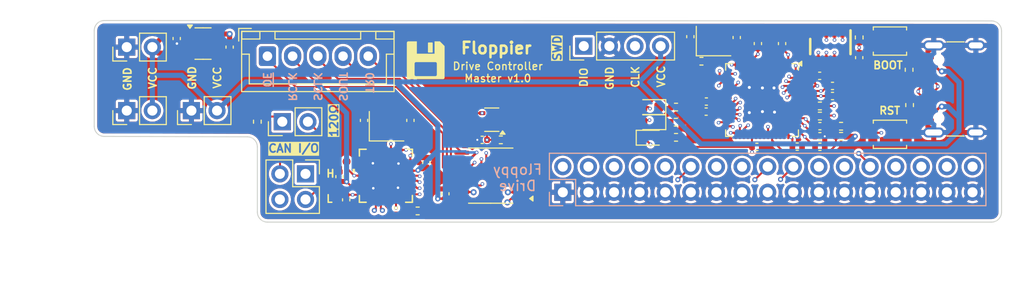
<source format=kicad_pcb>
(kicad_pcb (version 20241229) (generator "pcbnew") (generator_version "9.0")
  (title_block (title "Floppier Driver Controller - Slave") (date "2024-10-12") (rev "v1.0") (company "Adrian Wowk"))
  (layers (0 "F.Cu" signal) (4 "In1.Cu" signal) (6 "In2.Cu" signal) (2 "B.Cu" signal) (13 "F.Paste" user) (15 "B.Paste" user) (5 "F.SilkS" user "F.Silkscreen") (7 "B.SilkS" user "B.Silkscreen") (1 "F.Mask" user) (3 "B.Mask" user) (25 "Edge.Cuts" user))
  (net 0 "")
  (net 1 "Spare")
  (net 2 "Motor On")
  (net 3 "Drive Select 0")
  (net 4 "Drive Select 2")
  (net 5 "Write Data")
  (net 6 "High Density Select")
  (net 7 "Write Protect")
  (net 8 "Drive Select 1")
  (net 9 "Write Gate")
  (net 10 "Drive Select 3")
  (net 11 "Read Data")
  (net 12 "Side 1 Select")
  (net 13 "Ready")
  (net 14 "Direction Select")
  (net 15 "Index")
  (net 16 "Step")
  (net 17 "GND")
  (net 18 "+5V")
  (net 19 "Net-(D1-K)")
  (net 20 "+3.3V")
  (net 21 "/RP24040/USR_LED")
  (net 22 "Net-(D2-K)")
  (net 23 "~{Track 00}")
  (net 24 "Net-(D3-A)")
  (net 25 "/Floppy/STR_CLK")
  (net 26 "/Floppy/Serial Output")
  (net 27 "/Floppy/SER_CLK")
  (net 28 "/Floppy/~{TRK_0}")
  (net 29 "/Floppy/~{OE}")
  (net 30 "Net-(J1-CC1)")
  (net 31 "Net-(J1-CC2)")
  (net 32 "/Floppy/~{TRK_0_OE}")
  (net 34 "/RP24040/SWD_IO")
  (net 35 "/RP24040/~{RST}")
  (net 37 "+1.1V")
  (net 38 "/RP24040/~{QSPI_CS}")
  (net 40 "/RP24040/QSPI_CLK")
  (net 41 "Net-(U3-USB_DP)")
  (net 42 "/RP24040/SWD_CLK")
  (net 45 "/CAN/STBY")
  (net 49 "/RP24040/QSPI_SD2")
  (net 51 "/Floppy/SER_IN")
  (net 52 "/CAN/MISO")
  (net 53 "/CAN/~{INT1}")
  (net 54 "/RP24040/QSPI_SD0")
  (net 56 "/RP24040/5V_MON")
  (net 58 "/CAN/MOSI")
  (net 59 "/CAN/SCK")
  (net 60 "Net-(U3-XIN)")
  (net 61 "/RP24040/QSPI_SD1")
  (net 62 "Net-(U3-XOUT)")
  (net 63 "/CAN/~{INT0}")
  (net 64 "Net-(U3-USB_DM)")
  (net 66 "/CAN/CS")
  (net 68 "/RP24040/QSPI_SD3")
  (net 69 "/CAN/~{INT}")
  (net 77 "Net-(C5-Pad2)")
  (net 78 "Net-(U4-OSC2)")
  (net 79 "Net-(U4-OSC1)")
  (net 80 "/RP24040/D-")
  (net 82 "/RP24040/D+")
  (net 84 "CAN_H")
  (net 85 "CAN_L")
  (net 86 "Net-(J8-Pin_1)")
  (net 87 "/CAN/RXCAN")
  (net 88 "/CAN/TXCAN")
  (net 89 "/CAN/CLKO")
  (footprint "Connector_PinHeader_2.54mm:PinHeader_1x02_P2.54mm_Vertical" (layer "F.Cu") (at 38.475 30 90)
    (property "Reference" "J8" (hide yes))
    (property "Value" "120Ω TERM")
  )
  (footprint "Capacitor_SMD:C_0402_1005Metric" (layer "F.Cu") (at 33.25 22.6 -90)
    (property "Reference" "C2" (hide yes))
    (property "Value" "10µF")
  )
  (footprint "Package_DFN_QFN:QFN-56-1EP_7x7mm_P0.4mm_EP3.2x3.2mm" (layer "F.Cu") (at 86.0625 27.85 -90)
    (property "Reference" "U3" (hide yes))
    (property "Value" "RP2040")
  )
  (footprint "Resistor_SMD:R_0402_1005Metric" (layer "F.Cu") (at 77.53 31.55 180)
    (property "Reference" "R13" (hide yes))
    (property "Value" "1kΩ")
  )
  (footprint "Capacitor_SMD:C_0402_1005Metric" (layer "F.Cu") (at 80.54 28 180)
    (property "Reference" "C16" (hide yes))
    (property "Value" "0.1µF")
  )
  (footprint "Resistor_SMD:R_0402_1005Metric" (layer "F.Cu") (at 77.51 30.05)
    (property "Reference" "R8" (hide yes))
    (property "Value" "1kΩ")
  )
  (footprint "PCM_0xcb:TestPoint_Pad_D0.8mm" (layer "F.Cu") (at 51.5 31.75)
    (property "Reference" "TP3" (hide yes))
    (property "Value" "TestPoint")
  )
  (footprint "Resistor_SMD:R_0402_1005Metric" (layer "F.Cu") (at 100.65 24.85 90)
    (property "Reference" "R2" (hide yes))
    (property "Value" "5.1kΩ")
  )
  (footprint "PCM_0xcb:W25Q32JVUUIQ" (layer "F.Cu") (at 92.85 22.544 180)
    (property "Reference" "U2" (hide yes))
    (property "Value" "W25Q32JVUUIQ")
  )
  (footprint "Resistor_SMD:R_0402_1005Metric" (layer "F.Cu") (at 93.9 30.45 180)
    (property "Reference" "R10" (hide yes))
    (property "Value" "5.1kΩ")
  )
  (footprint "Capacitor_SMD:C_0402_1005Metric" (layer "F.Cu") (at 91.8005 32.4905)
    (property "Reference" "C9" (hide yes))
    (property "Value" "0.1µF")
  )
  (footprint "LED_SMD:LED_0603_1608Metric" (layer "F.Cu") (at 75.0675 31.587499)
    (property "Reference" "D3" (hide yes))
    (property "Value" "Track 0 LED")
  )
  (footprint "Capacitor_SMD:C_0402_1005Metric" (layer "F.Cu") (at 78.95 21.564 -90)
    (property "Reference" "C5" (hide yes))
    (property "Value" "15pF")
  )
  (footprint "Resistor_SMD:R_0402_1005Metric" (layer "F.Cu") (at 77.53 28.55)
    (property "Reference" "R3" (hide yes))
    (property "Value" "1kΩ")
  )
  (footprint "Connector_PinHeader_2.54mm:PinHeader_1x02_P2.54mm_Vertical" (layer "F.Cu") (at 23.045 28.9 90)
    (property "Reference" "J2" (hide yes))
    (property "Value" "Power Input")
  )
  (footprint "Resistor_SMD:R_0402_1005Metric" (layer "F.Cu") (at 60.15 31.8 180)
    (property "Reference" "R14" (hide yes))
    (property "Value" "10kΩ")
  )
  (footprint "Resistor_SMD:R_0402_1005Metric" (layer "F.Cu") (at 95.7 21.644 -90)
    (property "Reference" "R4" (hide yes))
    (property "Value" "1kΩ")
  )
  (footprint "MCP251863T_H_9PX:VQFN28_9PX_3p25X3p25EPAD_MCH" (layer "F.Cu") (at 48.749999 35.3611 -90)
    (property "Reference" "U4" (hide yes))
    (property "Value" "MCP251863T-H/9PX")
  )
  (footprint "Capacitor_SMD:C_0402_1005Metric" (layer "F.Cu") (at 54.65 37.15 90)
    (property "Reference" "C22" (hide yes))
    (property "Value" "0.1uF")
  )
  (footprint "Connector_USB:USB_C_Receptacle_GCT_USB4105-xx-A_16P_TopMnt_Horizontal" (layer "F.Cu") (at 106.2 26.75 90)
    (property "Reference" "J1" (hide yes))
    (property "Value" "USB C Socket")
  )
  (footprint "Capacitor_SMD:C_0402_1005Metric" (layer "F.Cu") (at 93.05 26.45)
    (property "Reference" "C11" (hide yes))
    (property "Value" "0.1µF")
  )
  (footprint "LED_SMD:LED_0603_1608Metric" (layer "F.Cu") (at 75.03 28.55 180)
    (property "Reference" "D1" (hide yes))
    (property "Value" "Power LED")
  )
  (footprint "Resistor_SMD:R_0402_1005Metric" (layer "F.Cu") (at 100.7 28.35 -90)
    (property "Reference" "R1" (hide yes))
    (property "Value" "5.1kΩ")
  )
  (footprint "Package_TO_SOT_SMD:SOT-23-5" (layer "F.Cu") (at 30.6125 22.25)
    (property "Reference" "U1" (hide yes))
    (property "Value" "AP2112K-3.3")
  )
  (footprint "PCM_0xcb:TestPoint_Pad_D0.8mm" (layer "F.Cu") (at 44.85 33.95)
    (property "Reference" "TP1" (hide yes))
    (property "Value" "TestPoint")
  )
  (footprint "Capacitor_SMD:C_0402_1005Metric" (layer "F.Cu") (at 80.52 29 180)
    (property "Reference" "C7" (hide yes))
    (property "Value" "0.1µF")
  )
  (footprint "Button_Switch_SMD:SW_SPST_B3U-1000P" (layer "F.Cu") (at 98.75 22)
    (property "Reference" "SW2" (hide yes))
    (property "Value" "BOOTSEL")
  )
  (footprint "Button_Switch_SMD:SW_SPST_B3U-1000P" (layer "F.Cu") (at 98.75 31.25)
    (property "Reference" "SW1" (hide yes))
    (property "Value" "RESET")
  )
  (footprint "Capacitor_SMD:C_0402_1005Metric" (layer "F.Cu") (at 51.181599 29.87 -90)
    (property "Reference" "C17" (hide yes))
    (property "Value" "15pF")
  )
  (footprint "Capacitor_SMD:C_0402_1005Metric" (layer "F.Cu") (at 85.65 22.25 90)
    (property "Reference" "C15" (hide yes))
    (property "Value" "0.1µF")
  )
  (footprint "Connector_PinHeader_2.54mm:PinHeader_1x02_P2.54mm_Vertical" (layer "F.Cu") (at 29.46 28.9 90)
    (property "Reference" "J3" (hide yes))
    (property "Value" "Drive Power 0")
  )
  (footprint "Crystal:Crystal_SMD_2520-4Pin_2.5x2.0mm" (layer "F.Cu") (at 81.25 22)
    (property "Reference" "Y1" (hide yes))
    (property "Value" "12MHz")
  )
  (footprint "Connector_PinHeader_2.54mm:PinHeader_1x02_P2.54mm_Vertical" (layer "F.Cu") (at 23.045 22.6 90)
    (property "Reference" "J4" (hide yes))
    (property "Value" "Power Output")
  )
  (footprint "Resistor_SMD:R_0402_1005Metric" (layer "F.Cu") (at 91.8005 29.4405)
    (property "Reference" "R6" (hide yes))
    (property "Value" "27.4Ω")
  )
  (footprint "Connector_PinHeader_2.54mm:PinHeader_2x02_P2.54mm_Vertical" (layer "F.Cu") (at 40.775 35.175 -90)
    (property "Reference" "J11" (hide yes))
    (property "Value" "Conn_01x04_Pin" (hide yes))
  )
  (footprint "Package_SO:TSSOP-16_4.4x5mm_P0.65mm" (layer "F.Cu") (at 59.15 35.35 180)
    (property "Reference" "U5" (hide yes))
    (property "Value" "74HC595")
  )
  (footprint "Resistor_SMD:R_0402_1005Metric" (layer "F.Cu") (at 80.05 24)
    (property "Reference" "R7" (hide yes))
    (property "Value" "1kΩ")
  )
  (footprint "Connector_JST:JST_XH_B5B-XH-A_1x05_P2.50mm_Vertical" (layer "F.Cu") (at 37 23.5)
    (property "Reference" "J9" (hide yes))
    (property "Value" "Data Output")
  )
  (footprint "Connector_PinHeader_2.54mm:PinHeader_1x04_P2.54mm_Vertical" (layer "F.Cu") (at 68.38 22.5 90)
    (property "Reference" "J5" (hide yes))
    (property "Value" "SWD")
  )
  (footprint "Capacitor_SMD:C_0402_1005Metric" (layer "F.Cu") (at 91.78 25.45)
    (property "Reference" "C6" (hide yes))
    (property "Value" "0.1µF")
  )
  (footprint "Capacitor_SMD:C_0402_1005Metric" (layer "F.Cu") (at 93.05 27.45)
    (property "Reference" "C10" (hide yes))
    (property "Value" "0.1µF")
  )
  (footprint "Crystal:Crystal_SMD_2520-4Pin_2.5x2.0mm" (layer "F.Cu") (at 48.815599 30.45)
    (property "Reference" "Y2" (hide yes))
    (property "Value" "40MHz")
  )
  (footprint "Resistor_SMD:R_0402_1005Metric" (layer "F.Cu") (at 91.8005 28.4405)
    (property "Reference" "R5" (hide yes))
    (property "Value" "27.4Ω")
  )
  (footprint "Resistor_SMD:R_0402_1005Metric" (layer "F.Cu") (at 93.9 31.45 180)
    (property "Reference" "R9" (hide yes))
    (property "Value" "5.1kΩ")
  )
  (footprint "Capacitor_SMD:C_0402_1005Metric" (layer "F.Cu") (at 58.3 31.8 180)
    (property "Reference" "C23" (hide yes))
    (property "Value" "0.1uF")
  )
  (footprint "Capacitor_SMD:C_0402_1005Metric" (layer "F.Cu") (at 85.55 32.5)
    (property "Reference" "C24" (hide yes))
    (property "Value" "0.1µF")
  )
  (footprint "Capacitor_SMD:C_0402_1005Metric" (layer "F.Cu") (at 89.5505 32.472918)
    (property "Reference" "C13" (hide yes))
    (property "Value" "0.1µF")
  )
  (footprint "Capacitor_SMD:C_0402_1005Metric" (layer "F.Cu") (at 28 21.75 -90)
    (property "Reference" "C1" (hide yes))
    (property "Value" "10µF")
  )
  (footprint "Capacitor_SMD:C_0402_1005Metric" (layer "F.Cu") (at 44.811099 37.75 -90)
    (property "Reference" "C20" (hide yes))
    (property "Value" "0.1µF")
  )
  (footprint "Capacitor_SMD:C_0402_1005Metric" (layer "F.Cu") (at 52.761099 34.05 90)
    (property "Reference" "C21" (hide yes))
    (property "Value" "0.1µF")
  )
  (footprint "Capacitor_SMD:C_0402_1005Metric" (layer "F.Cu") (at 44.15 35.45 -90)
    (property "Reference" "C19" (hide yes))
    (property "Value" "0.1µF")
  )
  (footprint "Package_TO_SOT_SMD:SOT-353_SC-70-5" (layer "F.Cu") (at 59.25 29.8 180)
    (property "Reference" "U6" (hide yes))
    (property "Value" "74AHC1G125")
  )
  (footprint "Capacitor_SMD:C_0402_1005Metric" (layer "F.Cu") (at 88.05 22.25 90)
    (property "Reference" "C14" (hide yes))
    (property "Value" "0.1µF")
  )
  (footprint "Capacitor_SMD:C_0402_1005Metric" (layer "F.Cu") (at 46.581599 29.87 -90)
    (property "Reference" "C18" (hide yes))
    (property "Value" "15pF")
  )
  (footprint "LOGO" (layer "F.Cu") (at 52.7 23.90209)
    (property "Reference" "G***" (hide yes))
    (property "Value" "LOGO" (hide yes))
  )
  (footprint "Capacitor_SMD:C_0402_1005Metric" (layer "F.Cu") (at 95.7 23.644 90)
    (property "Reference" "C3" (hide yes))
    (property "Value" "0.1µF")
  )
  (footprint "Capacitor_SMD:C_0402_1005Metric" (layer "F.Cu") (at 83.55 21.65 -90)
    (property "Reference" "C4" (hide yes))
    (property "Value" "15pF")
  )
  (footprint "Capacitor_SMD:C_0402_1005Metric" (layer "F.Cu") (at 91.8005 30.4405 180)
    (property "Reference" "C8" (hide yes))
    (property "Value" "1µF")
  )
  (footprint "Resistor_SMD:R_0402_1005Metric" (layer "F.Cu") (at 51.9 38.85)
    (property "Reference" "R11" (hide yes))
    (property "Value" "10kΩ")
  )
  (footprint "LED_SMD:LED_0603_1608Metric" (layer "F.Cu") (at 75.03 30.05 180)
    (property "Reference" "D2" (hide yes))
    (property "Value" "User LED")
  )
  (footprint "Capacitor_SMD:C_0402_1005Metric" (layer "F.Cu") (at 91.8005 31.4405 180)
    (property "Reference" "C12" (hide yes))
    (property "Value" "1µF")
  )
  (footprint "PCM_0xcb:TestPoint_Pad_D0.8mm" (layer "F.Cu") (at 52.5 32.5)
    (property "Reference" "TP2" (hide yes))
    (property "Value" "TestPoint")
  )
  (footprint "Resistor_SMD:R_0402_1005Metric" (layer "F.Cu") (at 36 30 -90)
    (property "Reference" "R12" (hide yes))
    (property "Value" "120Ω")
  )
  (footprint "Connector_PinSocket_2.54mm:PinSocket_2x17_P2.54mm_Vertical" (layer "B.Cu") (at 66.3 37 -90)
    (property "Reference" "J10" (hide yes))
    (property "Value" "Floppy Drive Connector 2x17")
  )
  (gr_line (start 109.82 20.999551) (end 109.82 38.96) (stroke (width 0.1)) (layer "Edge.Cuts"))
  (gr_arc (start 35.002635 31.497372) (mid 35.708049 31.791192) (end 36 32.497368) (stroke (width 0.1)) (layer "Edge.Cuts"))
  (gr_arc (start 20.82 31.46) (mid 20.112893 31.167107) (end 19.82 30.46) (stroke (width 0.1)) (layer "Edge.Cuts"))
  (gr_line (start 35.002635 31.497372) (end 20.82 31.46) (stroke (width 0.1)) (layer "Edge.Cuts"))
  (gr_line (start 20.82 19.96) (end 108.820449 19.999551) (stroke (width 0.1)) (layer "Edge.Cuts"))
  (gr_arc (start 37 39.96) (mid 36.292893 39.667107) (end 36 38.96) (stroke (width 0.1)) (layer "Edge.Cuts"))
  (gr_line (start 19.82 30.46) (end 19.82 20.96) (stroke (width 0.1)) (layer "Edge.Cuts"))
  (gr_line (start 36 38.96) (end 36 32.497368) (stroke (width 0.1)) (layer "Edge.Cuts"))
  (gr_line (start 108.82 39.96) (end 37 39.96) (stroke (width 0.1)) (layer "Edge.Cuts"))
  (gr_arc (start 108.820449 19.999551) (mid 109.527283 20.2926) (end 109.82 20.999551) (stroke (width 0.1)) (layer "Edge.Cuts"))
  (gr_arc (start 19.82 20.96) (mid 20.112893 20.252893) (end 20.82 19.96) (stroke (width 0.1)) (layer "Edge.Cuts"))
  (gr_arc (start 109.82 38.96) (mid 109.527107 39.667107) (end 108.82 39.96) (stroke (width 0.1)) (layer "Edge.Cuts"))
  (gr_text "L" (at 42.75 37.65 0) (layer "F.SilkS") (effects (font (size 0.75 0.75) (thickness 0.15) (bold yes)) (justify left)))
  (gr_text "SWD" (at 65.75 21.35 90) (layer "F.SilkS" knockout) (effects (font (size 0.8 0.8) (thickness 0.175) (bold yes)) (justify right)))
  (gr_text "Floppier" (at 59.7 23.372375 0) (layer "F.SilkS") (effects (font (size 1.15 1.15) (thickness 0.25) (bold yes)) (justify bottom)))
  (gr_text "VCC" (at 25.62 25.66 90) (layer "F.SilkS") (effects (font (size 0.75 0.75) (thickness 0.15) (bold yes))))
  (gr_text "120Ω" (at 43.6 31.6 90) (layer "F.SilkS" knockout) (effects (font (size 0.8 0.8) (thickness 0.175) (bold yes)) (justify left)))
  (gr_text "DIO" (at 68.380818 24.55 90) (layer "F.SilkS") (effects (font (size 0.75 0.75) (thickness 0.15) (bold yes)) (justify right)))
  (gr_text "VCC" (at 76.050818 24.35 90) (layer "F.SilkS") (effects (font (size 0.75 0.75) (thickness 0.15) (bold yes)) (justify right)))
  (gr_text "CLK" (at 73.5 24.4 90) (layer "F.SilkS") (effects (font (size 0.75 0.75) (thickness 0.15) (bold yes)) (justify right)))
  (gr_text "GND" (at 70.949184 24.45 90) (layer "F.SilkS") (effects (font (size 0.75 0.75) (thickness 0.15) (bold yes)) (justify right)))
  (gr_text "RST" (at 97.6 28.9 0) (layer "F.SilkS") (effects (font (size 0.75 0.75) (thickness 0.16) (bold yes)) (justify left)))
  (gr_text "BOOT" (at 97 24.4 0) (layer "F.SilkS") (effects (font (size 0.75 0.75) (thickness 0.16) (bold yes)) (justify left)))
  (gr_text "Drive Controller\nMaster v1.0" (at 59.850016 26.140435 0) (layer "F.SilkS") (effects (font (size 0.75 0.75) (thickness 0.125) (bold yes)) (justify bottom)))
  (gr_text "VCC" (at 32.03 26.8 90) (layer "F.SilkS") (effects (font (size 0.75 0.75) (thickness 0.15) (bold yes)) (justify left)))
  (gr_text "CAN I/O" (at 39.6 32.65 0) (layer "F.SilkS" knockout) (effects (font (size 0.8 0.8) (thickness 0.175) (bold yes))))
  (gr_text "H" (at 42.75 35.15 0) (layer "F.SilkS") (effects (font (size 0.75 0.75) (thickness 0.16) (bold yes)) (justify left)))
  (gr_text "GND" (at 29.53 26.9 90) (layer "F.SilkS") (effects (font (size 0.75 0.75) (thickness 0.16) (bold yes)) (justify left)))
  (gr_text "GND" (at 23.12 25.76 90) (layer "F.SilkS") (effects (font (size 0.75 0.75) (thickness 0.16) (bold yes))))
  (gr_text "SOUT" (at 44.5 25 270) (layer "B.SilkS") (effects (font (size 0.75 0.75) (thickness 0.15) (bold yes)) (justify right mirror)))
  (gr_text "Floppy\nDrive" (at 61.8 36.95 0) (layer "B.SilkS") (effects (font (size 1 1)) (justify bottom mirror)))
  (gr_text "~{OE}" (at 36.955 25 270) (layer "B.SilkS") (effects (font (size 0.75 0.75) (thickness 0.15) (bold yes)) (justify right mirror)))
  (gr_text "SCLK" (at 41.985 25 -90) (layer "B.SilkS") (effects (font (size 0.75 0.75) (thickness 0.15) (bold yes)) (justify right mirror)))
  (gr_text "RCLK" (at 39.47 25 270) (layer "B.SilkS") (effects (font (size 0.75 0.75) (thickness 0.15) (bold yes)) (justify right mirror)))
  (gr_text "TR0" (at 47.115 25 270) (layer "B.SilkS") (effects (font (size 0.75 0.75) (thickness 0.15) (bold yes)) (justify right mirror)))
  (segment (start 56.2875 36.975) (end 57.425 36.975) (width 0.2) (layer "F.Cu") (net 8))
  (segment (start 79 34.46) (end 77.71 35.75) (width 0.2) (layer "F.Cu") (net 8))
  (segment (start 57.425 36.975) (end 57.45 37) (width 0.2) (layer "F.Cu") (net 8))
  (via (at 77.71 35.75) (size 0.5) (drill 0.25) (layers "F.Cu" "B.Cu") (net 8))
  (via (at 57.45 37) (size 0.6) (drill 0.3) (layers "F.Cu" "B.Cu") (net 8))
  (segment (start 86.62 34.46) (end 86.62 34.48) (width 0.2) (layer "F.Cu") (net 14))
  (segment (start 60.85 37) (end 61.9875 37) (width 0.2) (layer "F.Cu") (net 14))
  (segment (start 86.62 34.48) (end 85.35 35.75) (width 0.2) (layer "F.Cu") (net 14))
  (via (at 60.85 37) (size 0.6) (drill 0.3) (layers "F.Cu" "B.Cu") (net 14))
  (via (at 85.35 35.75) (size 0.5) (drill 0.25) (layers "F.Cu" "B.Cu") (net 14))
  (segment (start 89.16 34.46) (end 87.9 35.72) (width 0.2) (layer "F.Cu") (net 16))
  (segment (start 60.8 38) (end 61.15 37.65) (width 0.2) (layer "F.Cu") (net 16))
  (segment (start 61.15 37.65) (end 61.9875 37.65) (width 0.2) (layer "F.Cu") (net 16))
  (via (at 60.8 38) (size 0.6) (drill 0.3) (layers "F.Cu" "B.Cu") (net 16))
  (via (at 87.9 35.72) (size 0.5) (drill 0.25) (layers "F.Cu" "B.Cu") (net 16))
  (segment (start 86.0625 27.85) (end 86.0625 27.8375) (width 0.5) (layer "F.Cu") (net 17))
  (segment (start 92.2805 30.4405) (end 92.2805 31.45) (width 0.2) (layer "F.Cu") (net 17))
  (segment (start 51.181599 30.35) (end 50.381599 31.15) (width 0.2) (layer "F.Cu") (net 17))
  (segment (start 50.381599 31.15) (end 49.740599 31.15) (width 0.2) (layer "F.Cu") (net 17))
  (segment (start 93.39 30.16) (end 93.8 29.75) (width 0.2) (layer "F.Cu") (net 17))
  (segment (start 93.39 30.45) (end 93.39 30.16) (width 0.2) (layer "F.Cu") (net 17))
  (segment (start 86.0625 28.9625) (end 86.1 29) (width 0.5) (layer "F.Cu") (net 17))
  (segment (start 92.2805 31.45) (end 92.2805 32.4905) (width 0.2) (layer "F.Cu") (net 17))
  (segment (start 87.25 26.65) (end 87.3 26.6) (width 0.5) (layer "F.Cu") (net 17))
  (segment (start 86.1 27.85) (end 86.0625 27.85) (width 0.5) (layer "F.Cu") (net 17))
  (segment (start 46.581599 29.39) (end 47.630599 29.39) (width 0.2) (layer "F.Cu") (net 17))
  (segment (start 87.3 29.05) (end 87.35 29.1) (width 0.5) (layer "F.Cu") (net 17))
  (segment (start 82.625 26.85) (end 85.0625 26.85) (width 0.2) (layer "F.Cu") (net 17))
  (segment (start 86.1 26.55) (end 86.1 26.65) (width 0.5) (layer "F.Cu") (net 17))
  (segment (start 86.0625 27.85) (end 86.0625 27.8625) (width 0.5) (layer "F.Cu") (net 17))
  (segment (start 29.475 22.25) (end 28.02 22.25) (width 0.5) (layer "F.Cu") (net 17))
  (segment (start 102.52 23.005) (end 103.095 22.43) (width 0.5) (layer "F.Cu") (net 17))
  (segment (start 46.324299 34.861101) (end 48.25 34.861101) (width 0.2) (layer "F.Cu") (net 17))
  (segment (start 86.1 26.65) (end 86.1 27.8125) (width 0.5) (layer "F.Cu") (net 17))
  (segment (start 89.55 31.5) (end 89.55 31.992418) (width 0.2) (layer "F.Cu") (net 17))
  (segment (start 102.52 29.95) (end 102.52 30.495) (width 0.5) (layer "F.Cu") (net 17))
  (segment (start 89.55 31.992418) (end 90.0305 32.472918) (width 0.2) (layer "F.Cu") (net 17))
  (segment (start 86.0625 27.85) (end 86.05 27.85) (width 0.5) (layer "F.Cu") (net 17))
  (segment (start 92.2805 30.4405) (end 93.3805 30.4405) (width 0.2) (layer "F.Cu") (net 17))
  (segment (start 102.52 23.55) (end 102.52 23.005) (width 0.5) (layer "F.Cu") (net 17))
  (segment (start 102.52 30.495) (end 103.095 31.07) (width 0.5) (layer "F.Cu") (net 17))
  (via (at 86.1 26.65) (size 0.6) (drill 0.3) (layers "F.Cu" "B.Cu") (net 17))
  (via (at 47.459528 34.122803) (size 0.5) (drill 0.25) (layers "F.Cu" "B.Cu") (net 17))
  (via (at 92.2805 31.45) (size 0.35) (drill 0.2) (layers "F.Cu" "B.Cu") (net 17))
  (via (at 86.1 29) (size 0.6) (drill 0.3) (layers "F.Cu" "B.Cu") (net 17))
  (via (at 47.5 36.6) (size 0.5) (drill 0.25) (layers "F.Cu" "B.Cu") (net 17))
  (via (at 28.02 22.25) (size 0.5) (drill 0.25) (layers "F.Cu" "B.Cu") (net 17))
  (via (at 84.8 29.1) (size 0.6) (drill 0.3) (layers "F.Cu" "B.Cu") (net 17))
  (via (at 49.998743 34.152223) (size 0.5) (drill 0.25) (layers "F.Cu" "B.Cu") (net 17))
  (via (at 87.25 26.65) (size 0.6) (drill 0.3) (layers "F.Cu" "B.Cu") (net 17))
  (via (at 87.3 29.05) (size 0.6) (drill 0.3) (layers "F.Cu" "B.Cu") (net 17))
  (via (at 57.82 31.8) (size 0.35) (drill 0.2) (layers "F.Cu" "B.Cu") (net 17))
  (via (at 89.55 31.5) (size 0.35) (drill 0.2) (layers "F.Cu" "B.Cu") (net 17))
  (via (at 49.95 36.55) (size 0.5) (drill 0.25) (layers "F.Cu" "B.Cu") (net 17))
  (via (at 84.8 26.6) (size 0.6) (drill 0.3) (layers "F.Cu" "B.Cu") (net 17))
  (segment (start 103.744999 28.5) (end 103.891738 28.5) (width 0.25) (layer "F.Cu") (net 18))
  (segment (start 44.15 35.93) (end 44.83 35.93) (width 0.5) (layer "F.Cu") (net 18))
  (segment (start 102.52 29.15) (end 103.094999 29.15) (width 0.25) (layer "F.Cu") (net 18))
  (segment (start 54.65 37.63) (end 53.92 37.63) (width 0.25) (layer "F.Cu") (net 18))
  (segment (start 26.185 23.2) (end 29.25 23.2) (width 0.5) (layer "F.Cu") (net 18))
  (segment (start 25.585 22.6) (end 26.185 23.2) (width 0.5) (layer "F.Cu") (net 18))
  (segment (start 51.888327 34.861101) (end 51.175699 34.861101) (width 0.2) (layer "F.Cu") (net 18))
  (segment (start 28 21.27) (end 29.445 21.27) (width 0.5) (layer "F.Cu") (net 18))
  (segment (start 45.261101 36.361101) (end 44.85 35.95) (width 0.2) (layer "F.Cu") (net 18))
  (segment (start 57.75 33.05) (end 57.075 33.725) (width 0.25) (layer "F.Cu") (net 18))
  (segment (start 57.075 33.725) (end 56.2875 33.725) (width 0.25) (layer "F.Cu") (net 18))
  (segment (start 94.41 31.45) (end 95.3 31.45) (width 0.5) (layer "F.Cu") (net 18))
  (segment (start 103.744999 25) (end 103.891738 25) (width 0.25) (layer "F.Cu") (net 18))
  (segment (start 103.094999 24.35) (end 103.744999 25) (width 0.25) (layer "F.Cu") (net 18))
  (segment (start 44.83 35.93) (end 44.85 35.95) (width 0.5) (layer "F.Cu") (net 18))
  (segment (start 26.915 21.27) (end 25.585 22.6) (width 0.5) (layer "F.Cu") (net 18))
  (segment (start 51.938585 34.810843) (end 52.460256 34.810843) (width 0.2) (layer "F.Cu") (net 18))
  (segment (start 102.52 24.35) (end 103.094999 24.35) (width 0.25) (layer "F.Cu") (net 18))
  (segment (start 51.938585 34.810843) (end 51.888327 34.861101) (width 0.2) (layer "F.Cu") (net 18))
  (segment (start 53.92 37.63) (end 53.9 37.65) (width 0.25) (layer "F.Cu") (net 18))
  (segment (start 28 21.27) (end 26.915 21.27) (width 0.5) (layer "F.Cu") (net 18))
  (segment (start 54.65 37.63) (end 56.125405 37.63) (width 0.25) (layer "F.Cu") (net 18))
  (segment (start 103.094999 29.15) (end 103.744999 28.5) (width 0.25) (layer "F.Cu") (net 18))
  (segment (start 52.460256 34.810843) (end 52.623999 34.6471) (width 0.2) (layer "F.Cu") (net 18))
  (segment (start 46.324299 36.361101) (end 45.261101 36.361101) (width 0.2) (layer "F.Cu") (net 18))
  (via (at 44.85 35.95) (size 0.5) (drill 0.25) (layers "F.Cu" "B.Cu") (net 18))
  (via (at 95.3 31.45) (size 0.5) (drill 0.25) (layers "F.Cu" "B.Cu") (net 18))
  (via (at 53.9 37.65) (size 0.5) (drill 0.25) (layers "F.Cu" "B.Cu") (net 18))
  (via (at 103.891738 28.5) (size 0.6) (drill 0.3) (layers "F.Cu" "B.Cu") (net 18))
  (via (at 57.75 33.05) (size 0.35) (drill 0.2) (layers "F.Cu" "B.Cu") (net 18))
  (via (at 103.891738 25) (size 0.6) (drill 0.3) (layers "F.Cu" "B.Cu") (net 18))
  (via (at 51.938585 34.810843) (size 0.5) (drill 0.25) (layers "F.Cu" "B.Cu") (net 18))
  (segment (start 25.585 22.6) (end 25.585 25.4) (width 0.5) (layer "B.Cu") (net 18))
  (segment (start 94.55 32.2) (end 94.15 32.2) (width 0.5) (layer "B.Cu") (net 18))
  (segment (start 49.7 26.05) (end 70.3 26.05) (width 0.5) (layer "B.Cu") (net 18))
  (segment (start 105.6 30.279214) (end 105.6 26.1) (width 0.5) (layer "B.Cu") (net 18))
  (segment (start 32 28.9) (end 34.85 26.05) (width 0.5) (layer "B.Cu") (net 18))
  (segment (start 104.5 28.5) (end 103.891738 28.5) (width 0.5) (layer "B.Cu") (net 18))
  (segment (start 53.9 37.65) (end 53.9 37.157537) (width 0.25) (layer "B.Cu") (net 18))
  (segment (start 28.5 25.4) (end 25.585 25.4) (width 0.5) (layer "B.Cu") (net 18))
  (segment (start 25.585 25.4) (end 25.585 28.9) (width 0.5) (layer "B.Cu") (net 18))
  (segment (start 105.6 30.279214) (end 105.6 29.6) (width 0.5) (layer "B.Cu") (net 18))
  (segment (start 105.6 26.1) (end 104.5 25) (width 0.5) (layer "B.Cu") (net 18))
  (segment (start 80 32.2) (end 94.15 32.2) (width 0.5) (layer "B.Cu") (net 18))
  (segment (start 56.75 33.05) (end 56.649428 32.949428) (width 0.25) (layer "B.Cu") (net 18))
  (segment (start 32 28.9) (end 28.5 25.4) (width 0.5) (layer "B.Cu") (net 18))
  (segment (start 76 23.95) (end 73.9 26.05) (width 0.5) (layer "B.Cu") (net 18))
  (segment (start 51.938585 34.810843) (end 53.85 32.899428) (width 0.5) (layer "B.Cu") (net 18))
  (segment (start 73.85 26.05) (end 80 32.2) (width 0.5) (layer "B.Cu") (net 18))
  (segment (start 53.9 32.949428) (end 53.85 32.899428) (width 0.5) (layer "B.Cu") (net 18))
  (segment (start 53.85 32.899428) (end 53.9 32.849428) (width 0.5) (layer "B.Cu") (net 18))
  (segment (start 57.75 33.05) (end 56.75 33.05) (width 0.25) (layer "B.Cu") (net 18))
  (segment (start 95.3 31.45) (end 94.55 32.2) (width 0.5) (layer "B.Cu") (net 18))
  (segment (start 76 22.5) (end 76 23.95) (width 0.5) (layer "B.Cu") (net 18))
  (segment (start 41.85 26.15) (end 41.85 26.05) (width 0.5) (layer "B.Cu") (net 18))
  (segment (start 53.9 37.65) (end 53.9 32.949428) (width 0.5) (layer "B.Cu") (net 18))
  (segment (start 53.9 32.849428) (end 53.9 30.25) (width 0.5) (layer "B.Cu") (net 18))
  (segment (start 53.9 30.25) (end 49.7 26.05) (width 0.5) (layer "B.Cu") (net 18))
  (segment (start 94.15 32.2) (end 104.3 32.2) (width 0.5) (layer "B.Cu") (net 18))
  (segment (start 56.649428 32.949428) (end 53.9 32.949428) (width 0.25) (layer "B.Cu") (net 18))
  (segment (start 104.3 32.2) (end 105.6 30.9) (width 0.5) (layer "B.Cu") (net 18))
  (segment (start 104.5 25) (end 103.891738 25) (width 0.5) (layer "B.Cu") (net 18))
  (segment (start 44.85 29.15) (end 41.85 26.15) (width 0.5) (layer "B.Cu") (net 18))
  (segment (start 70.3 26.05) (end 73.85 26.05) (width 0.5) (layer "B.Cu") (net 18))
  (segment (start 105.6 30.9) (end 105.6 30.279214) (width 0.5) (layer "B.Cu") (net 18))
  (segment (start 34.85 26.05) (end 41.85 26.05) (width 0.5) (layer "B.Cu") (net 18))
  (segment (start 44.85 35.95) (end 44.85 29.15) (width 0.5) (layer "B.Cu") (net 18))
  (segment (start 105.6 29.6) (end 104.5 28.5) (width 0.5) (layer "B.Cu") (net 18))
  (segment (start 41.85 26.05) (end 49.7 26.05) (width 0.5) (layer "B.Cu") (net 18))
  (segment (start 73.9 26.05) (end 70.3 26.05) (width 0.5) (layer "B.Cu") (net 18))
  (segment (start 75.8175 28.55) (end 77.02 28.55) (width 0.2) (layer "F.Cu") (net 19))
  (segment (start 45.935399 37.25) (end 46.324299 36.8611) (width 0.2) (layer "F.Cu") (net 20))
  (segment (start 90.3 30.42) (end 91.3205 31.4405) (width 0.2) (layer "F.Cu") (net 20))
  (segment (start 92.07 26.95) (end 92.57 26.45) (width 0.2) (layer "F.Cu") (net 20))
  (segment (start 88.6625 23.3625) (end 88.65 23.35) (width 0.2) (layer "F.Cu") (net 20))
  (segment (start 89.0705 32.472918) (end 89.0705 31.6955) (width 0.2) (layer "F.Cu") (net 20))
  (segment (start 91.34066 27.45) (end 91.9 27.45) (width 0.2) (layer "F.Cu") (net 20))
  (segment (start 78.04 31.55) (end 78.99 32.5) (width 0.2) (layer "F.Cu") (net 20))
  (segment (start 58.78 30.93) (end 58.3 30.45) (width 0.2) (layer "F.Cu") (net 20))
  (segment (start 94.718 23.164) (end 94.038 23.844) (width 0.2) (layer "F.Cu") (net 20))
  (segment (start 95.7 22.01) (end 95.7 22.5) (width 0.2) (layer "F.Cu") (net 20))
  (segment (start 85.275 23.675) (end 85.65 23.3) (width 0.2) (layer "F.Cu") (net 20))
  (segment (start 90.3 31.52) (end 91.2705 32.4905) (width 0.2) (layer "F.Cu") (net 20))
  (segment (start 90.28 31.5) (end 90.3 31.5) (width 0.2) (layer "F.Cu") (net 20))
  (segment (start 91.9 27.45) (end 92.57 27.45) (width 0.2) (layer "F.Cu") (net 20))
  (segment (start 95.7 23.264) (end 95.7 22.644) (width 0.2) (layer "F.Cu") (net 20))
  (segment (start 91.35 26.95) (end 91.9 26.95) (width 0.2) (layer "F.Cu") (net 20))
  (segment (start 90.342076 28.448584) (end 91.34066 27.45) (width 0.2) (layer "F.Cu") (net 20))
  (segment (start 90.3 30.4) (end 90.3 30.42) (width 0.2) (layer "F.Cu") (net 20))
  (segment (start 85.26614 23.675) (end 85.275 23.675) (width 0.2) (layer "F.Cu") (net 20))
  (segment (start 90.3 31.5) (end 90.3 31.52) (width 0.2) (layer "F.Cu") (net 20))
  (segment (start 89.5 30.05) (end 89.93 30.05) (width 0.2) (layer "F.Cu") (net 20))
  (segment (start 88.6625 23.3425) (end 88.05 22.73) (width 0.2) (layer "F.Cu") (net 20))
  (segment (start 89.0705 31.683) (end 89.0705 31.6955) (width 0.2) (layer "F.Cu") (net 20))
  (segment (start 33.25 22.12) (end 33.25 21.3) (width 0.5) (layer "F.Cu") (net 20))
  (segment (start 83.2 28.05) (end 83.4375 27.8125) (width 0.2) (layer "F.Cu") (net 20))
  (segment (start 78.99 32.5) (end 85.07 32.5) (width 0.2) (layer "F.Cu") (net 20))
  (segment (start 74.95 28.7) (end 74.931582 28.7) (width 0.2) (layer "F.Cu") (net 20))
  (segment (start 89.0705 31.6955) (end 88.6625 31.2875) (width 0.2) (layer "F.Cu") (net 20))
  (segment (start 33.25 21.3) (end 31.75 21.3) (width 0.5) (layer "F.Cu") (net 20))
  (segment (start 90.25 28.05) (end 91.35 26.95) (width 0.2) (layer "F.Cu") (net 20))
  (segment (start 85.0625 23.87864) (end 85.26614 23.675) (width 0.2) (layer "F.Cu") (net 20))
  (segment (start 58.78 31.8) (end 58.78 30.93) (width 0.2) (layer "F.Cu") (net 20))
  (segment (start 88.65 23.35) (end 88.6625 23.3425) (width 0.2) (layer "F.Cu") (net 20))
  (segment (start 58.78 31.8) (end 59.643098 31.8) (width 0.2) (layer "F.Cu") (net 20))
  (segment (start 89.5 28.05) (end 90.25 28.05) (width 0.2) (layer "F.Cu") (net 20))
  (segment (start 85.0625 24.4125) (end 85.0625 23.87864) (width 0.2) (layer "F.Cu") (net 20))
  (segment (start 74.781582 28.55) (end 74.2425 28.55) (width 0.2) (layer "F.Cu") (net 20))
  (segment (start 85.0625 32.4925) (end 85.0625 31.2875) (width 0.2) (layer "F.Cu") (net 20))
  (segment (start 90.342076 28.45) (end 90.342076 28.448584) (width 0.2) (layer "F.Cu") (net 20))
  (segment (start 45.45 37.25) (end 45.935399 37.25) (width 0.2) (layer "F.Cu") (net 20))
  (segment (start 88.6625 24.4125) (end 88.6625 23.3625) (width 0.2) (layer "F.Cu") (net 20))
  (segment (start 85.07 33) (end 85.07 32.5) (width 0.2) (layer "F.Cu") (net 20))
  (segment (start 85.65 23.3) (end 85.65 22.73) (width 0.2) (layer "F.Cu") (net 20))
  (segment (start 89.5 30.72) (end 90.28 31.5) (width 0.2) (layer "F.Cu") (net 20))
  (segment (start 95.7 23.164) (end 94.718 23.164) (width 0.2) (layer "F.Cu") (net 20))
  (segment (start 81.07 28.05) (end 82.625 28.05) (width 0.2) (layer "F.Cu") (net 20))
  (segment (start 89.93 30.05) (end 90.28 30.4) (width 0.2) (layer "F.Cu") (net 20))
  (segment (start 89.5 28.45) (end 90.342076 28.45) (width 0.2) (layer "F.Cu") (net 20))
  (segment (start 45.45 37.25) (end 44.831099 37.25) (width 0.2) (layer "F.Cu") (net 20))
  (segment (start 88.9375 31.55) (end 89.0705 31.683) (width 0.2) (layer "F.Cu") (net 20))
  (segment (start 83.4375 27.8125) (end 83.4375 27.704124) (width 0.2) (layer "F.Cu") (net 20))
  (segment (start 82.625 28.05) (end 83.2 28.05) (width 0.2) (layer "F.Cu") (net 20))
  (segment (start 91.9 26.95) (end 92.07 26.95) (width 0.2) (layer "F.Cu") (net 20))
  (segment (start 44.831099 37.25) (end 44.811099 37.27) (width 0.2) (layer "F.Cu") (net 20))
  (segment (start 90.28 30.4) (end 90.3 30.4) (width 0.2) (layer "F.Cu") (net 20))
  (segment (start 89.5 30.45) (end 89.5 30.72) (width 0.2) (layer "F.Cu") (net 20))
  (segment (start 74.931582 28.7) (end 74.781582 28.55) (width 0.2) (layer "F.Cu") (net 20))
  (via (at 58.78 31.8) (size 0.35) (drill 0.2) (layers "F.Cu" "B.Cu") (net 20))
  (via (at 90.3 30.4) (size 0.35) (drill 0.2) (layers "F.Cu" "B.Cu") (net 20))
  (via (at 74.95 28.7) (size 0.35) (drill 0.2) (layers "F.Cu" "B.Cu") (net 20))
  (via (at 88.65 23.35) (size 0.35) (drill 0.2) (layers "F.Cu" "B.Cu") (net 20))
  (via (at 90.3 31.5) (size 0.35) (drill 0.2) (layers "F.Cu" "B.Cu") (net 20))
  (via (at 95.7 22.644) (size 0.35) (drill 0.2) (layers "F.Cu" "B.Cu") (net 20))
  (via (at 91.9 27.45) (size 0.35) (drill 0.2) (layers "F.Cu" "B.Cu") (net 20))
  (via (at 91.9 26.95) (size 0.35) (drill 0.2) (layers "F.Cu" "B.Cu") (net 20))
  (via (at 88.9375 31.55) (size 0.35) (drill 0.2) (layers "F.Cu" "B.Cu") (net 20))
  (via (at 33.25 21.3) (size 0.6) (drill 0.3) (layers "F.Cu" "B.Cu") (net 20))
  (via (at 85.07 33) (size 0.35) (drill 0.2) (layers "F.Cu" "B.Cu") (net 20))
  (via (at 85.65 23.3) (size 0.35) (drill 0.2) (layers "F.Cu" "B.Cu") (net 20))
  (via (at 45.45 37.25) (size 0.35) (drill 0.2) (layers "F.Cu" "B.Cu") (net 20))
  (via (at 83.4375 27.704124) (size 0.35) (drill 0.2) (layers "F.Cu" "B.Cu") (net 20))
  (segment (start 86.6625 30.5125) (end 86.6625 31.2875) (width 0.2) (layer "F.Cu") (net 21))
  (segment (start 74.9 29.84038) (end 74.45212 29.84038) (width 0.2) (layer "F.Cu") (net 21))
  (segment (start 86.65 30.5) (end 86.6625 30.5125) (width 0.2) (layer "F.Cu") (net 21))
  (via (at 86.65 30.5) (size 0.35) (drill 0.2) (layers "F.Cu" "B.Cu") (net 21))
  (via (at 74.9 29.84038) (size 0.35) (drill 0.2) (layers "F.Cu" "B.Cu") (net 21))
  (segment (start 75.8175 30.05) (end 77 30.05) (width 0.2) (layer "F.Cu") (net 22))
  (segment (start 60.2 29.8) (end 72.492501 29.8) (width 0.2) (layer "F.Cu") (net 23))
  (segment (start 96.78 34.28) (end 95.65 33.15) (width 0.2) (layer "F.Cu") (net 23))
  (segment (start 72.492501 29.8) (end 74.28 31.587499) (width 0.2) (layer "F.Cu") (net 23))
  (segment (start 96.78 34.46) (end 96.78 34.28) (width 0.2) (layer "F.Cu") (net 23))
  (segment (start 74.337499 31.587499) (end 75 32.25) (width 0.2) (layer "F.Cu") (net 23))
  (via (at 95.65 33.15) (size 0.5) (drill 0.25) (layers "F.Cu" "B.Cu") (net 23))
  (via (at 75 32.25) (size 0.35) (drill 0.2) (layers "F.Cu" "B.Cu") (net 23))
  (segment (start 75.855 31.587499) (end 76.982501 31.587499) (width 0.2) (layer "F.Cu") (net 24))
  (segment (start 58.228626 33.700091) (end 58.228626 34.06713) (width 0.2) (layer "F.Cu") (net 25))
  (segment (start 54.8 34.274999) (end 54.8 30.984314) (width 0.2) (layer "F.Cu") (net 25))
  (segment (start 41.875 26.15) (end 39.5 23.775) (width 0.2) (layer "F.Cu") (net 25))
  (segment (start 58.228626 34.06713) (end 57.270756 35.025) (width 0.2) (layer "F.Cu") (net 25))
  (segment (start 56.2875 35.025) (end 55.550001 35.025) (width 0.2) (layer "F.Cu") (net 25))
  (segment (start 83.1 30.45) (end 82.625 30.45) (width 0.2) (layer "F.Cu") (net 25))
  (segment (start 49.965685 26.15) (end 41.875 26.15) (width 0.2) (layer "F.Cu") (net 25))
  (segment (start 83.175 30.525) (end 83.1 30.45) (width 0.2) (layer "F.Cu") (net 25))
  (segment (start 57.270756 35.025) (end 56.2875 35.025) (width 0.2) (layer "F.Cu") (net 25))
  (segment (start 55.550001 35.025) (end 54.8 34.274999) (width 0.2) (layer "F.Cu") (net 25))
  (segment (start 54.8 30.984314) (end 49.965685 26.15) (width 0.2) (layer "F.Cu") (net 25))
  (via (at 83.175 30.525) (size 0.35) (drill 0.2) (layers "F.Cu" "B.Cu") (net 25))
  (via (at 58.228626 33.700091) (size 0.35) (drill 0.2) (layers "F.Cu" "B.Cu") (net 25))
  (segment (start 56.2875 33.075) (end 55.6 32.3875) (width 0.2) (layer "F.Cu") (net 26))
  (segment (start 55.6 30.652945) (end 50.297055 25.35) (width 0.2) (layer "F.Cu") (net 26))
  (segment (start 50.297055 25.35) (end 46.225 25.35) (width 0.2) (layer "F.Cu") (net 26))
  (segment (start 46.225 25.35) (end 44.5 23.625) (width 0.2) (layer "F.Cu") (net 26))
  (segment (start 55.6 32.3875) (end 55.6 30.652945) (width 0.2) (layer "F.Cu") (net 26))
  (segment (start 57.2 34.4) (end 56.3125 34.4) (width 0.2) (layer "F.Cu") (net 27))
  (segment (start 44 25.75) (end 42 23.75) (width 0.2) (layer "F.Cu") (net 27))
  (segment (start 57.55 34.05) (end 57.2 34.4) (width 0.2) (layer "F.Cu") (net 27))
  (segment (start 55.2 30.81863) (end 50.13137 25.75) (width 0.2) (layer "F.Cu") (net 27))
  (segment (start 83.275 31.1) (end 83.4625 31.2875) (width 0.2) (layer "F.Cu") (net 27))
  (segment (start 55.2 34.024999) (end 55.2 30.81863) (width 0.2) (layer "F.Cu") (net 27))
  (segment (start 82.95 31.1) (end 83.275 31.1) (width 0.2) (layer "F.Cu") (net 27))
  (segment (start 56.2875 34.375) (end 55.550001 34.375) (width 0.2) (layer "F.Cu") (net 27))
  (segment (start 50.13137 25.75) (end 44 25.75) (width 0.2) (layer "F.Cu") (net 27))
  (segment (start 55.550001 34.375) (end 55.2 34.024999) (width 0.2) (layer "F.Cu") (net 27))
  (via (at 82.95 31.1) (size 0.35) (drill 0.2) (layers "F.Cu" "B.Cu") (net 27))
  (via (at 57.55 34.05) (size 0.35) (drill 0.2) (layers "F.Cu" "B.Cu") (net 27))
  (segment (start 50.5 24.95) (end 48.45 24.95) (width 0.2) (layer "F.Cu") (net 28))
  (segment (start 84.642096 30.355963) (end 84.2625 30.735559) (width 0.2) (layer "F.Cu") (net 28))
  (segment (start 84.682346 30.355963) (end 84.642096 30.355963) (width 0.2) (layer "F.Cu") (net 28))
  (segment (start 48.45 24.95) (end 47 23.5) (width 0.2) (layer "F.Cu") (net 28))
  (segment (start 58.3 29.15) (end 54.7 29.15) (width 0.2) (layer "F.Cu") (net 28))
  (segment (start 54.7 29.15) (end 50.5 24.95) (width 0.2) (layer "F.Cu") (net 28))
  (segment (start 84.2625 30.735559) (end 84.2625 31.2875) (width 0.2) (layer "F.Cu") (net 28))
  (via (at 84.682346 30.355963) (size 0.35) (drill 0.2) (layers "F.Cu" "B.Cu") (net 28))
  (via (at 58.3 29.15) (size 0.35) (drill 0.2) (layers "F.Cu" "B.Cu") (net 28))
  (segment (start 81.75 30.1) (end 81.8 30.05) (width 0.2) (layer "F.Cu") (net 29))
  (segment (start 54.4 34.524999) (end 54.4 31.15) (width 0.2) (layer "F.Cu") (net 29))
  (segment (start 58.704626 33.104626) (end 58.704626 34.156815) (width 0.2) (layer "F.Cu") (net 29))
  (segment (start 57.186441 35.675) (end 56.2875 35.675) (width 0.2) (layer "F.Cu") (net 29))
  (segment (start 55.550001 35.675) (end 54.4 34.524999) (width 0.2) (layer "F.Cu") (net 29))
  (segment (start 49.8 26.55) (end 39.8 26.55) (width 0.2) (layer "F.Cu") (net 29))
  (segment (start 81.8 30.05) (end 82.625 30.05) (width 0.2) (layer "F.Cu") (net 29))
  (segment (start 56.2875 35.675) (end 55.550001 35.675) (width 0.2) (layer "F.Cu") (net 29))
  (segment (start 58.7 33.1) (end 58.704626 33.104626) (width 0.2) (layer "F.Cu") (net 29))
  (segment (start 58.704626 34.156815) (end 57.186441 35.675) (width 0.2) (layer "F.Cu") (net 29))
  (segment (start 54.4 31.15) (end 49.8 26.55) (width 0.2) (layer "F.Cu") (net 29))
  (segment (start 39.8 26.55) (end 37 23.75) (width 0.2) (layer "F.Cu") (net 29))
  (via (at 58.7 33.1) (size 0.35) (drill 0.2) (layers "F.Cu" "B.Cu") (net 29))
  (via (at 81.75 30.1) (size 0.35) (drill 0.2) (layers "F.Cu" "B.Cu") (net 29))
  (segment (start 100.7 27.84) (end 101.44 27.84) (width 0.2) (layer "F.Cu") (net 30))
  (segment (start 101.44 27.84) (end 101.6 28) (width 0.2) (layer "F.Cu") (net 30))
  (segment (start 101.6 28) (end 102.52 28) (width 0.2) (layer "F.Cu") (net 30))
  (segment (start 101.01 25) (end 102.52 25) (width 0.2) (layer "F.Cu") (net 31))
  (segment (start 100.65 25.36) (end 101.01 25) (width 0.2) (layer "F.Cu") (net 31))
  (segment (start 60.66 35.709999) (end 61.275001 36.325) (width 0.2) (layer "F.Cu") (net 32))
  (segment (start 60.66 31.8) (end 60.2 31.34) (width 0.2) (layer "F.Cu") (net 32))
  (segment (start 60.2 31.34) (end 60.2 30.45) (width 0.2) (layer "F.Cu") (net 32))
  (segment (start 61.275001 36.325) (end 62.0125 36.325) (width 0.2) (layer "F.Cu") (net 32))
  (segment (start 60.66 31.8) (end 60.66 35.709999) (width 0.2) (layer "F.Cu") (net 32))
  (segment (start 83.85 29.3) (end 83.8 29.25) (width 0.2) (layer "F.Cu") (net 34))
  (segment (start 83.8 29.25) (end 82.625 29.25) (width 0.2) (layer "F.Cu") (net 34))
  (via (at 83.85 29.3) (size 0.35) (drill 0.2) (layers "F.Cu" "B.Cu") (net 34))
  (segment (start 97.9 31.1) (end 97.2 31.1) (width 0.2) (layer "F.Cu") (net 35))
  (segment (start 83.5 29.65) (end 83.692451 29.842451) (width 0.2) (layer "F.Cu") (net 35))
  (segment (start 82.625 29.65) (end 83.5 29.65) (width 0.2) (layer "F.Cu") (net 35))
  (segment (start 83.692451 29.842451) (end 83.759173 29.842451) (width 0.2) (layer "F.Cu") (net 35))
  (via (at 97.9 31.1) (size 0.35) (drill 0.2) (layers "F.Cu" "B.Cu") (net 35))
  (via (at 83.759173 29.842451) (size 0.35) (drill 0.2) (layers "F.Cu" "B.Cu") (net 35))
  (segment (start 91.3 26.2) (end 91.55 26.45) (width 0.2) (layer "F.Cu") (net 37))
  (segment (start 83.365686 28.45) (end 83.715686 28.1) (width 0.2) (layer "F.Cu") (net 37))
  (segment (start 81 29) (end 81.55 28.45) (width 0.2) (layer "F.Cu") (net 37))
  (segment (start 82.625 28.45) (end 83.365686 28.45) (width 0.2) (layer "F.Cu") (net 37))
  (segment (start 89.5 29.65) (end 90.26 29.65) (width 0.2) (layer "F.Cu") (net 37))
  (segment (start 81.55 28.45) (end 82.625 28.45) (width 0.2) (layer "F.Cu") (net 37))
  (segment (start 91.55 26.45) (end 91.276534 26.45) (width 0.2) (layer "F.Cu") (net 37))
  (segment (start 91.3 25.45) (end 91.3 26.2) (width 0.2) (layer "F.Cu") (net 37))
  (segment (start 91.276534 26.45) (end 91.27 26.456534) (width 0.2) (layer "F.Cu") (net 37))
  (segment (start 90.4 29.79) (end 91.0505 30.4405) (width 0.2) (layer "F.Cu") (net 37))
  (segment (start 83.715686 28.1) (end 83.9 28.1) (width 0.2) (layer "F.Cu") (net 37))
  (segment (start 91.276534 26.45) (end 90.076534 27.65) (width 0.2) (layer "F.Cu") (net 37))
  (segment (start 90.26 29.65) (end 90.36 29.75) (width 0.2) (layer "F.Cu") (net 37))
  (segment (start 90.076534 27.65) (end 89.5 27.65) (width 0.2) (layer "F.Cu") (net 37))
  (segment (start 91.0505 30.4405) (end 91.3205 30.4405) (width 0.2) (layer "F.Cu") (net 37))
  (via (at 90.4 29.75) (size 0.35) (drill 0.2) (layers "F.Cu" "B.Cu") (net 37))
  (via (at 83.9 28.1) (size 0.35) (drill 0.2) (layers "F.Cu" "B.Cu") (net 37))
  (via (at 91.55 26.45) (size 0.35) (drill 0.2) (layers "F.Cu" "B.Cu") (net 37))
  (segment (start 96.71 22) (end 95.7 20.99) (width 0.2) (layer "F.Cu") (net 38))
  (segment (start 95.7 21.134) (end 94.148 21.134) (width 0.2) (layer "F.Cu") (net 38))
  (segment (start 94.148 21.134) (end 94.038 21.244) (width 0.2) (layer "F.Cu") (net 38))
  (segment (start 89.4 24.45) (end 89.4 25.15) (width 0.2) (layer "F.Cu") (net 38))
  (segment (start 89.4 25.15) (end 89.5 25.25) (width 0.2) (layer "F.Cu") (net 38))
  (segment (start 94.05 21.894) (end 94.05 21.256) (width 0.2) (layer "F.Cu") (net 38))
  (via (at 94.05 21.894) (size 0.35) (drill 0.2) (layers "F.Cu" "B.Cu") (net 38))
  (via (at 89.4 24.45) (size 0.35) (drill 0.2) (layers "F.Cu" "B.Cu") (net 38))
  (segment (start 89.5 26.85) (end 88.5 26.85) (width 0.2) (layer "F.Cu") (net 40))
  (segment (start 92.438 23.844) (end 92.438 23.156) (width 0.2) (layer "F.Cu") (net 40))
  (segment (start 88.5 26.85) (end 88.2 27.15) (width 0.2) (layer "F.Cu") (net 40))
  (segment (start 92.438 23.156) (end 92.45 23.144) (width 0.2) (layer "F.Cu") (net 40))
  (via (at 92.45 23.144) (size 0.35) (drill 0.2) (layers "F.Cu" "B.Cu") (net 40))
  (via (at 88.2 27.15) (size 0.35) (drill 0.2) (layers "F.Cu" "B.Cu") (net 40))
  (segment (start 90.931 28.85) (end 91.3405 28.4405) (width 0.2) (layer "F.Cu") (net 41))
  (segment (start 89.5 28.85) (end 90.931 28.85) (width 0.2) (layer "F.Cu") (net 41))
  (segment (start 82.625 28.85) (end 83.65 28.85) (width 0.2) (layer "F.Cu") (net 42))
  (segment (start 83.65 28.85) (end 83.85 28.65) (width 0.2) (layer "F.Cu") (net 42))
  (via (at 83.85 28.65) (size 0.35) (drill 0.2) (layers "F.Cu" "B.Cu") (net 42))
  (segment (start 49.409231 39.0231) (end 51.2169 39.0231) (width 0.2) (layer "F.Cu") (net 45))
  (segment (start 48.749999 38.363868) (end 49.409231 39.0231) (width 0.2) (layer "F.Cu") (net 45))
  (segment (start 48.749999 37.7868) (end 48.749999 38.363868) (width 0.2) (layer "F.Cu") (net 45))
  (segment (start 51.2169 39.0231) (end 51.39 38.85) (width 0.2) (layer "F.Cu") (net 45))
  (segment (start 92.45 21.894) (end 92.45 21.256) (width 0.2) (layer "F.Cu") (net 49))
  (segment (start 88.60081 26.05) (end 89.5 26.05) (width 0.2) (layer "F.Cu") (net 49))
  (segment (start 88.52581 25.975) (end 88.60081 26.05) (width 0.2) (layer "F.Cu") (net 49))
  (segment (start 88.43896 25.975) (end 88.52581 25.975) (width 0.2) (layer "F.Cu") (net 49))
  (via (at 88.43896 25.975) (size 0.35) (drill 0.2) (layers "F.Cu" "B.Cu") (net 49))
  (via (at 92.45 21.894) (size 0.35) (drill 0.2) (layers "F.Cu" "B.Cu") (net 49))
  (segment (start 83.8625 30.4375) (end 83.9 30.4) (width 0.2) (layer "F.Cu") (net 51))
  (segment (start 58.175 36.325) (end 56.2875 36.325) (width 0.2) (layer "F.Cu") (net 51))
  (segment (start 58.325 36.175) (end 58.175 36.325) (width 0.2) (layer "F.Cu") (net 51))
  (segment (start 83.8625 31.2875) (end 83.8625 30.4375) (width 0.2) (layer "F.Cu") (net 51))
  (via (at 58.325 36.175) (size 0.35) (drill 0.2) (layers "F.Cu" "B.Cu") (net 51))
  (via (at 83.9 30.4) (size 0.35) (drill 0.2) (layers "F.Cu" "B.Cu") (net 51))
  (segment (start 83.4 25.25) (end 82.625 25.25) (width 0.2) (layer "F.Cu") (net 52))
  (segment (start 52.1 36) (end 52.016939 36) (width 0.2) (layer "F.Cu") (net 52))
  (segment (start 51.878038 35.861099) (end 51.175699 35.861099) (width 0.2) (layer "F.Cu") (net 52))
  (segment (start 52.016939 36) (end 51.878038 35.861099) (width 0.2) (layer "F.Cu") (net 52))
  (via (at 52.1 36) (size 0.35) (drill 0.2) (layers "F.Cu" "B.Cu") (net 52))
  (via (at 83.4 25.25) (size 0.35) (drill 0.2) (layers "F.Cu" "B.Cu") (net 52))
  (segment (start 88.215891 26.45) (end 89.5 26.45) (width 0.2) (layer "F.Cu") (net 54))
  (segment (start 91.65 23.144) (end 91.65 23.832) (width 0.2) (layer "F.Cu") (net 54))
  (segment (start 88.091563 26.574328) (end 88.215891 26.45) (width 0.2) (layer "F.Cu") (net 54))
  (via (at 88.091563 26.574328) (size 0.35) (drill 0.2) (layers "F.Cu" "B.Cu") (net 54))
  (via (at 91.65 23.144) (size 0.35) (drill 0.2) (layers "F.Cu" "B.Cu") (net 54))
  (segment (start 93.39 32.317134) (end 92.606634 33.1005) (width 0.2) (layer "F.Cu") (net 56))
  (segment (start 92.606634 33.1005) (end 88.3005 33.1005) (width 0.2) (layer "F.Cu") (net 56))
  (segment (start 87.0625 31.8625) (end 87.0625 31.2875) (width 0.2) (layer "F.Cu") (net 56))
  (segment (start 93.39 31.45) (end 94.39 30.45) (width 0.2) (layer "F.Cu") (net 56))
  (segment (start 88.3005 33.1005) (end 87.0625 31.8625) (width 0.2) (layer "F.Cu") (net 56))
  (segment (start 93.39 31.45) (end 93.39 32.317134) (width 0.2) (layer "F.Cu") (net 56))
  (segment (start 83.696098 26.107604) (end 83.696098 26.153902) (width 0.2) (layer "F.Cu") (net 58))
  (segment (start 83.4 26.45) (end 82.625 26.45) (width 0.2) (layer "F.Cu") (net 58))
  (segment (start 51.6188 36.361101) (end 51.175699 36.361101) (width 0.2) (layer "F.Cu") (net 58))
  (segment (start 83.696098 26.153902) (end 83.4 26.45) (width 0.2) (layer "F.Cu") (net 58))
  (segment (start 51.857699 36.6) (end 51.6188 36.361101) (width 0.2) (layer "F.Cu") (net 58))
  (segment (start 52.1 36.6) (end 51.857699 36.6) (width 0.2) (layer "F.Cu") (net 58))
  (via (at 52.1 36.6) (size 0.35) (drill 0.2) (layers "F.Cu" "B.Cu") (net 58))
  (via (at 83.696098 26.107604) (size 0.35) (drill 0.2) (layers "F.Cu" "B.Cu") (net 58))
  (segment (start 51.514602 37.200003) (end 51.175699 36.8611) (width 0.2) (layer "F.Cu") (net 59))
  (segment (start 52.1 37.200003) (end 51.514602 37.200003) (width 0.2) (layer "F.Cu") (net 59))
  (segment (start 81.839828 26.36229) (end 81.839828 26.301312) (width 0.2) (layer "F.Cu") (net 59))
  (segment (start 82.09114 26.05) (end 82.625 26.05) (width 0.2) (layer "F.Cu") (net 59))
  (segment (start 81.776059 26.426059) (end 81.839828 26.36229) (width 0.2) (layer "F.Cu") (net 59))
  (segment (start 81.839828 26.301312) (end 82.09114 26.05) (width 0.2) (layer "F.Cu") (net 59))
  (via (at 52.1 37.200003) (size 0.35) (drill 0.2) (layers "F.Cu" "B.Cu") (net 59))
  (via (at 81.776059 26.426059) (size 0.35) (drill 0.2) (layers "F.Cu" "B.Cu") (net 59))
  (segment (start 83.45 21.17) (end 82.255 21.17) (width 0.2) (layer "F.Cu") (net 60))
  (segment (start 81.25 26.6) (end 81.9 27.25) (width 0.2) (layer "F.Cu") (net 60))
  (segment (start 81.25 22.05) (end 81.25 26.6) (width 0.2) (layer "F.Cu") (net 60))
  (segment (start 82 21.3) (end 81.25 22.05) (width 0.2) (layer "F.Cu") (net 60))
  (segment (start 81.9 27.25) (end 82.625 27.25) (width 0.2) (layer "F.Cu") (net 60))
  (segment (start 89.5 25.65) (end 88.874777 25.65) (width 0.2) (layer "F.Cu") (net 61))
  (segment (start 88.874777 25.65) (end 88.738495 25.513718) (width 0.2) (layer "F.Cu") (net 61))
  (segment (start 93.25 21.894) (end 93.25 21.256) (width 0.2) (layer "F.Cu") (net 61))
  (via (at 88.738495 25.513718) (size 0.35) (drill 0.2) (layers "F.Cu" "B.Cu") (net 61))
  (via (at 93.25 21.894) (size 0.35) (drill 0.2) (layers "F.Cu" "B.Cu") (net 61))
  (segment (start 80.85 24.29) (end 80.85 26.8) (width 0.2) (layer "F.Cu") (net 62))
  (segment (start 80.85 26.8) (end 81.7 27.65) (width 0.2) (layer "F.Cu") (net 62))
  (segment (start 81.7 27.65) (end 82.625 27.65) (width 0.2) (layer "F.Cu") (net 62))
  (segment (start 80.56 24) (end 80.85 24.29) (width 0.2) (layer "F.Cu") (net 62))
  (segment (start 89.5 29.25) (end 91.15 29.25) (width 0.2) (layer "F.Cu") (net 64))
  (segment (start 51.175699 35.3611) (end 52.051205 35.3611) (width 0.2) (layer "F.Cu") (net 66))
  (segment (start 82.09114 25.65) (end 82.625 25.65) (width 0.2) (layer "F.Cu") (net 66))
  (segment (start 52.051205 35.3611) (end 52.103734 35.413629) (width 0.2) (layer "F.Cu") (net 66))
  (segment (start 81.85 25.40886) (end 82.09114 25.65) (width 0.2) (layer "F.Cu") (net 66))
  (segment (start 81.85 24.95) (end 81.85 25.40886) (width 0.2) (layer "F.Cu") (net 66))
  (via (at 52.103734 35.413629) (size 0.35) (drill 0.2) (layers "F.Cu" "B.Cu") (net 66))
  (via (at 81.85 24.95) (size 0.35) (drill 0.2) (layers "F.Cu" "B.Cu") (net 66))
  (segment (start 93.238 23.156) (end 93.25 23.144) (width 0.2) (layer "F.Cu") (net 68))
  (segment (start 93.238 23.844) (end 93.238 23.156) (width 0.2) (layer "F.Cu") (net 68))
  (segment (start 88.615686 27.6) (end 88.965686 27.25) (width 0.2) (layer "F.Cu") (net 68))
  (segment (start 88.55 27.6) (end 88.615686 27.6) (width 0.2) (layer "F.Cu") (net 68))
  (segment (start 88.965686 27.25) (end 89.5 27.25) (width 0.2) (layer "F.Cu") (net 68))
  (via (at 93.25 23.144) (size 0.35) (drill 0.2) (layers "F.Cu" "B.Cu") (net 68))
  (via (at 88.55 27.6) (size 0.35) (drill 0.2) (layers "F.Cu" "B.Cu") (net 68))
  (segment (start 83.05 24.35) (end 83.4 24.35) (width 0.2) (layer "F.Cu") (net 69))
  (segment (start 49.25 32.2) (end 49.25 32.935398) (width 0.2) (layer "F.Cu") (net 69))
  (segment (start 83.4 24.35) (end 83.4625 24.4125) (width 0.2) (layer "F.Cu") (net 69))
  (via (at 49.25 32.2) (size 0.35) (drill 0.2) (layers "F.Cu" "B.Cu") (net 69))
  (via (at 83.05 24.35) (size 0.35) (drill 0.2) (layers "F.Cu" "B.Cu") (net 69))
  (segment (start 79.606 22.7) (end 80.375 22.7) (width 0.2) (layer "F.Cu") (net 77))
  (segment (start 79.54 23.51) (end 79.54 24) (width 0.2) (layer "F.Cu") (net 77))
  (segment (start 78.95 22.044) (end 79.606 22.7) (width 0.2) (layer "F.Cu") (net 77))
  (segment (start 80.35 22.7) (end 79.54 23.51) (width 0.2) (layer "F.Cu") (net 77))
  (segment (start 48.761099 32.9243) (end 48.761099 32.0045) (width 0.2) (layer "F.Cu") (net 78))
  (segment (start 48.815599 30.1955) (end 49.261099 29.75) (width 0.2) (layer "F.Cu") (net 78))
  (segment (start 48.761099 32.0045) (end 48.815599 31.95) (width 0.2) (layer "F.Cu") (net 78))
  (segment (start 49.690599 29.75) (end 50.821599 29.75) (width 0.2) (layer "F.Cu") (net 78))
  (segment (start 48.815599 31.95) (end 48.815599 30.1955) (width 0.2) (layer "F.Cu") (net 78))
  (segment (start 50.821599 29.75) (end 51.181599 29.39) (width 0.2) (layer "F.Cu") (net 78))
  (segment (start 46.581599 30.35) (end 47.381599 31.15) (width 0.2) (layer "F.Cu") (net 79))
  (segment (start 47.381599 31.15) (end 47.940599 31.15) (width 0.2) (layer "F.Cu") (net 79))
  (segment (start 48.25 32.9354) (end 48.25 31.459401) (width 0.2) (layer "F.Cu") (net 79))
  (segment (start 93.2005 29.3905) (end 92.4105 29.3905) (width 0.2) (layer "F.Cu") (net 80))
  (segment (start 101.55 27.13741) (end 101.55 27) (width 0.2) (layer "F.Cu") (net 80))
  (segment (start 102.52 26.5) (end 101.91259 26.5) (width 0.2) (layer "F.Cu") (net 80))
  (segment (start 101.91259 26.5) (end 101.55 26.86259) (width 0.2) (layer "F.Cu") (net 80))
  (segment (start 102.52 27.5) (end 101.91259 27.5) (width 0.2) (layer "F.Cu") (net 80))
  (segment (start 101.91259 27.5) (end 101.55 27.13741) (width 0.2) (layer "F.Cu") (net 80))
  (segment (start 101.55 26.86259) (end 101.55 27) (width 0.2) (layer "F.Cu") (net 80))
  (segment (start 93.2005 29.3905) (end 93.1505 29.4405) (width 0.2) (layer "F.Cu") (net 80))
  (via (at 101.55 27) (size 0.35) (drill 0.2) (layers "F.Cu" "B.Cu") (net 80))
  (via (at 93.2005 29.3905) (size 0.35) (drill 0.2) (layers "F.Cu" "B.Cu") (net 80))
  (segment (start 93.2005 28.4405) (end 92.3605 28.4405) (width 0.2) (layer "F.Cu") (net 82))
  (segment (start 103.5 26.62741) (end 103.5 26.5) (width 0.2) (layer "F.Cu") (net 82))
  (segment (start 93.2005 28.4405) (end 93.1505 28.4905) (width 0.2) (layer "F.Cu") (net 82))
  (segment (start 103.12741 26) (end 103.5 26.37259) (width 0.2) (layer "F.Cu") (net 82))
  (segment (start 103.5 26.37259) (end 103.5 26.5) (width 0.2) (layer "F.Cu") (net 82))
  (segment (start 103.12741 27) (end 103.5 26.62741) (width 0.2) (layer "F.Cu") (net 82))
  (segment (start 102.52 27) (end 103.12741 27) (width 0.2) (layer "F.Cu") (net 82))
  (segment (start 102.52 26) (end 103.12741 26) (width 0.2) (layer "F.Cu") (net 82))
  (via (at 93.2005 28.4405) (size 0.35) (drill 0.2) (layers "F.Cu" "B.Cu") (net 82))
  (via (at 103.5 26.5) (size 0.35) (drill 0.2) (layers "F.Cu" "B.Cu") (net 82))
  (segment (start 38.25 32.76) (end 38.25 35.225) (width 0.2) (layer "F.Cu") (net 84))
  (segment (start 48.25 38.643101) (end 48.403999 38.7971) (width 0.2) (layer "F.Cu") (net 84))
  (segment (start 48.25 37.7868) (end 48.25 38.643101) (width 0.2) (layer "F.Cu") (net 84))
  (segment (start 36 30.51) (end 38.25 32.76) (width 0.2) (layer "F.Cu") (net 84))
  (via (at 48.403999 38.7971) (size 0.5) (drill 0.25) (layers "F.Cu" "B.Cu") (net 84))
  (segment (start 47.603996 38.7971) (end 47.749998 38.651098) (width 0.2) (layer "F.Cu") (net 85))
  (segment (start 42.65 31.635) (end 42.65 36.009) (width 0.2) (layer "F.Cu") (net 85))
  (segment (start 42.65 36.009) (end 40.894 37.765) (width 0.2) (layer "F.Cu") (net 85))
  (segment (start 47.749998 38.651098) (end 47.749998 37.7868) (width 0.2) (layer "F.Cu") (net 85))
  (segment (start 41.015 30) (end 42.65 31.635) (width 0.2) (layer "F.Cu") (net 85))
  (via (at 47.603996 38.7971) (size 0.5) (drill 0.25) (layers "F.Cu" "B.Cu") (net 85))
  (segment (start 36 29.49) (end 37.965 29.49) (width 0.2) (layer "F.Cu") (net 86))
  (segment (start 45.603999 35.3471) (end 46.310299 35.3471) (width 0.2) (layer "F.Cu") (net 87))
  (segment (start 50.388299 32.7971) (end 50.249999 32.9354) (width 0.2) (layer "F.Cu") (net 87))
  (segment (start 44.85 34.593101) (end 44.85 33.95) (width 0.2) (layer "F.Cu") (net 87))
  (segment (start 46.310299 35.3471) (end 46.324299 35.3611) (width 0.2) (layer "F.Cu") (net 87))
  (segment (start 45.603999 35.3471) (end 44.85 34.593101) (width 0.2) (layer "F.Cu") (net 87))
  (segment (start 50.753999 32.7971) (end 50.388299 32.7971) (width 0.2) (layer "F.Cu") (net 87))
  (via (at 45.603999 35.3471) (size 0.35) (drill 0.2) (layers "F.Cu" "B.Cu") (net 87))
  (via (at 50.753999 32.7971) (size 0.35) (drill 0.2) (layers "F.Cu" "B.Cu") (net 87))
  (segment (start 51.175699 33.380167) (end 51.165568 33.370036) (width 0.2) (layer "F.Cu") (net 88))
  (segment (start 51.165568 33.370036) (end 51.165568 33.334432) (width 0.2) (layer "F.Cu") (net 88))
  (segment (start 51.165568 33.334432) (end 52 32.5) (width 0.2) (layer "F.Cu") (net 88))
  (segment (start 49.753999 38.5471) (end 49.753999 37.790799) (width 0.2) (layer "F.Cu") (net 88))
  (segment (start 52 32.5) (end 52.5 32.5) (width 0.2) (layer "F.Cu") (net 88))
  (segment (start 51.175699 33.8611) (end 51.175699 33.380167) (width 0.2) (layer "F.Cu") (net 88))
  (via (at 51.165568 33.370036) (size 0.35) (drill 0.2) (layers "F.Cu" "B.Cu") (net 88))
  (via (at 49.753999 38.5471) (size 0.35) (drill 0.2) (layers "F.Cu" "B.Cu") (net 88))
  (segment (start 49.822999 32.2544) (end 49.75 32.327399) (width 0.2) (layer "F.Cu") (net 89))
  (segment (start 51.2522 31.75) (end 50.7478 32.2544) (width 0.2) (layer "F.Cu") (net 89))
  (segment (start 49.75 32.327399) (end 49.75 32.9354) (width 0.2) (layer "F.Cu") (net 89))
  (segment (start 50.7478 32.2544) (end 49.822999 32.2544) (width 0.2) (layer "F.Cu") (net 89))
  (zone (net 17) (net_name "GND") (layers "F.Cu" "B.Cu") (name "GND") (connect_pads (clearance 0.25)) (min_thickness 0.25) (fill yes (thermal_gap 0.25) (thermal_bridge_width 0.5) (smoothing fillet) (radius 1))
    (polygon (pts (xy 19.82 19.96) (xy 109.82 19.96) (xy 109.82 39.96) (xy 19.82 39.96)))
  )
)
</source>
